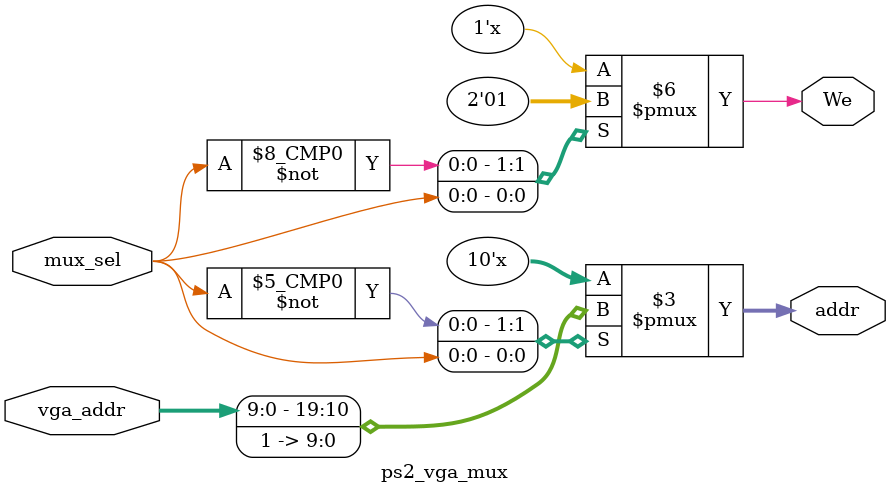
<source format=v>
module ps2_vga_mux (
	input mux_sel,
	input [9:0] vga_addr,
	output reg [9:0] addr,
	output reg We
);
	
	
	localparam [9:0] ps2_addr = 10'h3FF;

	// We mux
	always @(mux_sel) begin
		case (mux_sel)
			1'b0:    We = 0;
			1'b1:    We = 1;
			default: We = 0;
		endcase
	end
	
	
	//addr mux
	always @(mux_sel or vga_addr or ps2_addr) begin
		case (mux_sel)
			1'b0:    addr = vga_addr;
			1'b1:    addr = ps2_addr;
			default: addr = vga_addr;
		endcase
	end
endmodule
</source>
